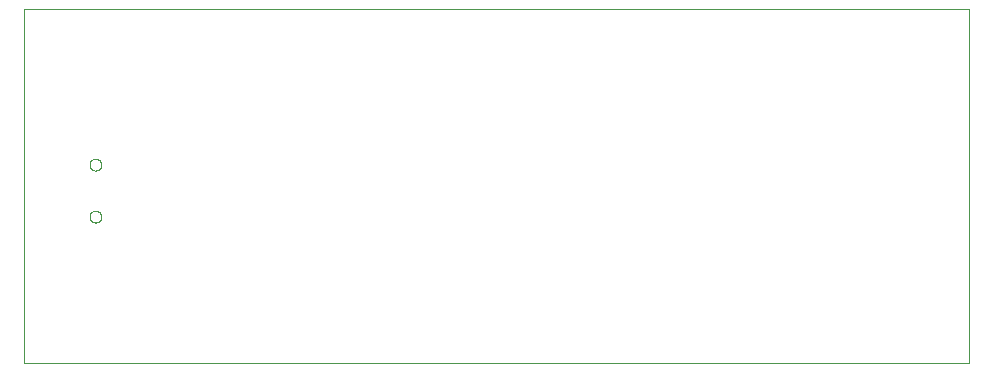
<source format=gko>
G04 EAGLE Gerber RS-274X export*
G75*
%MOMM*%
%FSLAX34Y34*%
%LPD*%
%INOutline*%
%IPPOS*%
%AMOC8*
5,1,8,0,0,1.08239X$1,22.5*%
G01*
%ADD10C,0.000000*%


D10*
X0Y0D02*
X800000Y0D01*
X800000Y300000D01*
X0Y300000D01*
X0Y0D01*
X55800Y168050D02*
X55802Y168191D01*
X55808Y168332D01*
X55818Y168472D01*
X55832Y168612D01*
X55850Y168752D01*
X55871Y168891D01*
X55897Y169030D01*
X55926Y169168D01*
X55960Y169304D01*
X55997Y169440D01*
X56038Y169575D01*
X56083Y169709D01*
X56132Y169841D01*
X56184Y169972D01*
X56240Y170101D01*
X56300Y170228D01*
X56363Y170354D01*
X56429Y170478D01*
X56500Y170601D01*
X56573Y170721D01*
X56650Y170839D01*
X56730Y170955D01*
X56814Y171068D01*
X56900Y171179D01*
X56990Y171288D01*
X57083Y171394D01*
X57178Y171497D01*
X57277Y171598D01*
X57378Y171696D01*
X57482Y171791D01*
X57589Y171883D01*
X57698Y171972D01*
X57810Y172057D01*
X57924Y172140D01*
X58040Y172220D01*
X58159Y172296D01*
X58280Y172368D01*
X58402Y172438D01*
X58527Y172503D01*
X58653Y172566D01*
X58781Y172624D01*
X58911Y172679D01*
X59042Y172731D01*
X59175Y172778D01*
X59309Y172822D01*
X59444Y172863D01*
X59580Y172899D01*
X59717Y172931D01*
X59855Y172960D01*
X59993Y172985D01*
X60133Y173005D01*
X60273Y173022D01*
X60413Y173035D01*
X60554Y173044D01*
X60694Y173049D01*
X60835Y173050D01*
X60976Y173047D01*
X61117Y173040D01*
X61257Y173029D01*
X61397Y173014D01*
X61537Y172995D01*
X61676Y172973D01*
X61814Y172946D01*
X61952Y172916D01*
X62088Y172881D01*
X62224Y172843D01*
X62358Y172801D01*
X62492Y172755D01*
X62624Y172706D01*
X62754Y172652D01*
X62883Y172595D01*
X63010Y172535D01*
X63136Y172471D01*
X63259Y172403D01*
X63381Y172332D01*
X63501Y172258D01*
X63618Y172180D01*
X63733Y172099D01*
X63846Y172015D01*
X63957Y171928D01*
X64065Y171837D01*
X64170Y171744D01*
X64273Y171647D01*
X64373Y171548D01*
X64470Y171446D01*
X64564Y171341D01*
X64655Y171234D01*
X64743Y171124D01*
X64828Y171012D01*
X64910Y170897D01*
X64989Y170780D01*
X65064Y170661D01*
X65136Y170540D01*
X65204Y170417D01*
X65269Y170292D01*
X65331Y170165D01*
X65388Y170036D01*
X65443Y169906D01*
X65493Y169775D01*
X65540Y169642D01*
X65583Y169508D01*
X65622Y169372D01*
X65657Y169236D01*
X65689Y169099D01*
X65716Y168961D01*
X65740Y168822D01*
X65760Y168682D01*
X65776Y168542D01*
X65788Y168402D01*
X65796Y168261D01*
X65800Y168120D01*
X65800Y167980D01*
X65796Y167839D01*
X65788Y167698D01*
X65776Y167558D01*
X65760Y167418D01*
X65740Y167278D01*
X65716Y167139D01*
X65689Y167001D01*
X65657Y166864D01*
X65622Y166728D01*
X65583Y166592D01*
X65540Y166458D01*
X65493Y166325D01*
X65443Y166194D01*
X65388Y166064D01*
X65331Y165935D01*
X65269Y165808D01*
X65204Y165683D01*
X65136Y165560D01*
X65064Y165439D01*
X64989Y165320D01*
X64910Y165203D01*
X64828Y165088D01*
X64743Y164976D01*
X64655Y164866D01*
X64564Y164759D01*
X64470Y164654D01*
X64373Y164552D01*
X64273Y164453D01*
X64170Y164356D01*
X64065Y164263D01*
X63957Y164172D01*
X63846Y164085D01*
X63733Y164001D01*
X63618Y163920D01*
X63501Y163842D01*
X63381Y163768D01*
X63259Y163697D01*
X63136Y163629D01*
X63010Y163565D01*
X62883Y163505D01*
X62754Y163448D01*
X62624Y163394D01*
X62492Y163345D01*
X62358Y163299D01*
X62224Y163257D01*
X62088Y163219D01*
X61952Y163184D01*
X61814Y163154D01*
X61676Y163127D01*
X61537Y163105D01*
X61397Y163086D01*
X61257Y163071D01*
X61117Y163060D01*
X60976Y163053D01*
X60835Y163050D01*
X60694Y163051D01*
X60554Y163056D01*
X60413Y163065D01*
X60273Y163078D01*
X60133Y163095D01*
X59993Y163115D01*
X59855Y163140D01*
X59717Y163169D01*
X59580Y163201D01*
X59444Y163237D01*
X59309Y163278D01*
X59175Y163322D01*
X59042Y163369D01*
X58911Y163421D01*
X58781Y163476D01*
X58653Y163534D01*
X58527Y163597D01*
X58402Y163662D01*
X58280Y163732D01*
X58159Y163804D01*
X58040Y163880D01*
X57924Y163960D01*
X57810Y164043D01*
X57698Y164128D01*
X57589Y164217D01*
X57482Y164309D01*
X57378Y164404D01*
X57277Y164502D01*
X57178Y164603D01*
X57083Y164706D01*
X56990Y164812D01*
X56900Y164921D01*
X56814Y165032D01*
X56730Y165145D01*
X56650Y165261D01*
X56573Y165379D01*
X56500Y165499D01*
X56429Y165622D01*
X56363Y165746D01*
X56300Y165872D01*
X56240Y165999D01*
X56184Y166128D01*
X56132Y166259D01*
X56083Y166391D01*
X56038Y166525D01*
X55997Y166660D01*
X55960Y166796D01*
X55926Y166932D01*
X55897Y167070D01*
X55871Y167209D01*
X55850Y167348D01*
X55832Y167488D01*
X55818Y167628D01*
X55808Y167768D01*
X55802Y167909D01*
X55800Y168050D01*
X55800Y124050D02*
X55802Y124191D01*
X55808Y124332D01*
X55818Y124472D01*
X55832Y124612D01*
X55850Y124752D01*
X55871Y124891D01*
X55897Y125030D01*
X55926Y125168D01*
X55960Y125304D01*
X55997Y125440D01*
X56038Y125575D01*
X56083Y125709D01*
X56132Y125841D01*
X56184Y125972D01*
X56240Y126101D01*
X56300Y126228D01*
X56363Y126354D01*
X56429Y126478D01*
X56500Y126601D01*
X56573Y126721D01*
X56650Y126839D01*
X56730Y126955D01*
X56814Y127068D01*
X56900Y127179D01*
X56990Y127288D01*
X57083Y127394D01*
X57178Y127497D01*
X57277Y127598D01*
X57378Y127696D01*
X57482Y127791D01*
X57589Y127883D01*
X57698Y127972D01*
X57810Y128057D01*
X57924Y128140D01*
X58040Y128220D01*
X58159Y128296D01*
X58280Y128368D01*
X58402Y128438D01*
X58527Y128503D01*
X58653Y128566D01*
X58781Y128624D01*
X58911Y128679D01*
X59042Y128731D01*
X59175Y128778D01*
X59309Y128822D01*
X59444Y128863D01*
X59580Y128899D01*
X59717Y128931D01*
X59855Y128960D01*
X59993Y128985D01*
X60133Y129005D01*
X60273Y129022D01*
X60413Y129035D01*
X60554Y129044D01*
X60694Y129049D01*
X60835Y129050D01*
X60976Y129047D01*
X61117Y129040D01*
X61257Y129029D01*
X61397Y129014D01*
X61537Y128995D01*
X61676Y128973D01*
X61814Y128946D01*
X61952Y128916D01*
X62088Y128881D01*
X62224Y128843D01*
X62358Y128801D01*
X62492Y128755D01*
X62624Y128706D01*
X62754Y128652D01*
X62883Y128595D01*
X63010Y128535D01*
X63136Y128471D01*
X63259Y128403D01*
X63381Y128332D01*
X63501Y128258D01*
X63618Y128180D01*
X63733Y128099D01*
X63846Y128015D01*
X63957Y127928D01*
X64065Y127837D01*
X64170Y127744D01*
X64273Y127647D01*
X64373Y127548D01*
X64470Y127446D01*
X64564Y127341D01*
X64655Y127234D01*
X64743Y127124D01*
X64828Y127012D01*
X64910Y126897D01*
X64989Y126780D01*
X65064Y126661D01*
X65136Y126540D01*
X65204Y126417D01*
X65269Y126292D01*
X65331Y126165D01*
X65388Y126036D01*
X65443Y125906D01*
X65493Y125775D01*
X65540Y125642D01*
X65583Y125508D01*
X65622Y125372D01*
X65657Y125236D01*
X65689Y125099D01*
X65716Y124961D01*
X65740Y124822D01*
X65760Y124682D01*
X65776Y124542D01*
X65788Y124402D01*
X65796Y124261D01*
X65800Y124120D01*
X65800Y123980D01*
X65796Y123839D01*
X65788Y123698D01*
X65776Y123558D01*
X65760Y123418D01*
X65740Y123278D01*
X65716Y123139D01*
X65689Y123001D01*
X65657Y122864D01*
X65622Y122728D01*
X65583Y122592D01*
X65540Y122458D01*
X65493Y122325D01*
X65443Y122194D01*
X65388Y122064D01*
X65331Y121935D01*
X65269Y121808D01*
X65204Y121683D01*
X65136Y121560D01*
X65064Y121439D01*
X64989Y121320D01*
X64910Y121203D01*
X64828Y121088D01*
X64743Y120976D01*
X64655Y120866D01*
X64564Y120759D01*
X64470Y120654D01*
X64373Y120552D01*
X64273Y120453D01*
X64170Y120356D01*
X64065Y120263D01*
X63957Y120172D01*
X63846Y120085D01*
X63733Y120001D01*
X63618Y119920D01*
X63501Y119842D01*
X63381Y119768D01*
X63259Y119697D01*
X63136Y119629D01*
X63010Y119565D01*
X62883Y119505D01*
X62754Y119448D01*
X62624Y119394D01*
X62492Y119345D01*
X62358Y119299D01*
X62224Y119257D01*
X62088Y119219D01*
X61952Y119184D01*
X61814Y119154D01*
X61676Y119127D01*
X61537Y119105D01*
X61397Y119086D01*
X61257Y119071D01*
X61117Y119060D01*
X60976Y119053D01*
X60835Y119050D01*
X60694Y119051D01*
X60554Y119056D01*
X60413Y119065D01*
X60273Y119078D01*
X60133Y119095D01*
X59993Y119115D01*
X59855Y119140D01*
X59717Y119169D01*
X59580Y119201D01*
X59444Y119237D01*
X59309Y119278D01*
X59175Y119322D01*
X59042Y119369D01*
X58911Y119421D01*
X58781Y119476D01*
X58653Y119534D01*
X58527Y119597D01*
X58402Y119662D01*
X58280Y119732D01*
X58159Y119804D01*
X58040Y119880D01*
X57924Y119960D01*
X57810Y120043D01*
X57698Y120128D01*
X57589Y120217D01*
X57482Y120309D01*
X57378Y120404D01*
X57277Y120502D01*
X57178Y120603D01*
X57083Y120706D01*
X56990Y120812D01*
X56900Y120921D01*
X56814Y121032D01*
X56730Y121145D01*
X56650Y121261D01*
X56573Y121379D01*
X56500Y121499D01*
X56429Y121622D01*
X56363Y121746D01*
X56300Y121872D01*
X56240Y121999D01*
X56184Y122128D01*
X56132Y122259D01*
X56083Y122391D01*
X56038Y122525D01*
X55997Y122660D01*
X55960Y122796D01*
X55926Y122932D01*
X55897Y123070D01*
X55871Y123209D01*
X55850Y123348D01*
X55832Y123488D01*
X55818Y123628D01*
X55808Y123768D01*
X55802Y123909D01*
X55800Y124050D01*
M02*

</source>
